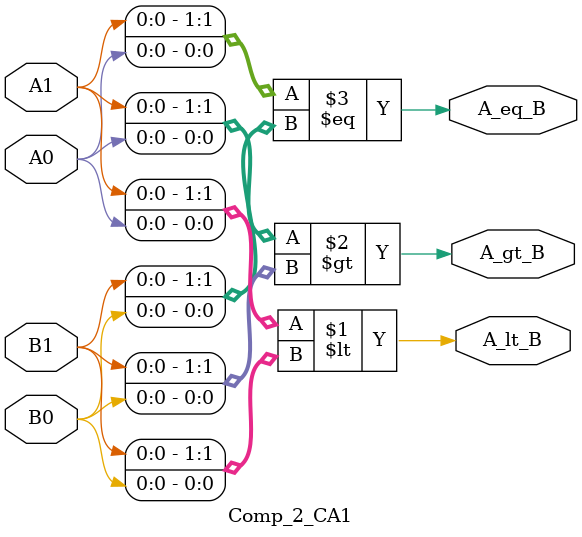
<source format=v>
module Comp_2_CA1 (
    output A_lt_B,A_gt_B,A_eq_B, 
    input A1,A0,B1,B0
);
    assign A_lt_B = ({A1,A0} <  {B1,B0});
    assign A_gt_B = ({A1,A0} >  {B1,B0});
    assign A_eq_B = ({A1,A0} == {B1,B0});
endmodule

</source>
